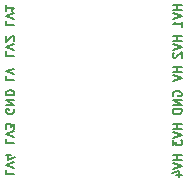
<source format=gbr>
G04 #@! TF.GenerationSoftware,KiCad,Pcbnew,(5.1.4)-1*
G04 #@! TF.CreationDate,2019-10-08T20:24:19-04:00*
G04 #@! TF.ProjectId,logic level shifter (bidirectional),6c6f6769-6320-46c6-9576-656c20736869,rev?*
G04 #@! TF.SameCoordinates,Original*
G04 #@! TF.FileFunction,Legend,Bot*
G04 #@! TF.FilePolarity,Positive*
%FSLAX46Y46*%
G04 Gerber Fmt 4.6, Leading zero omitted, Abs format (unit mm)*
G04 Created by KiCad (PCBNEW (5.1.4)-1) date 2019-10-08 20:24:19*
%MOMM*%
%LPD*%
G04 APERTURE LIST*
%ADD10C,0.180975*%
G04 APERTURE END LIST*
D10*
X121573485Y-76304365D02*
X120823485Y-76304365D01*
X121180628Y-76304365D02*
X121180628Y-76732937D01*
X121573485Y-76732937D02*
X120823485Y-76732937D01*
X120823485Y-76982937D02*
X121573485Y-77232937D01*
X120823485Y-77482937D01*
X121573485Y-71090742D02*
X120823485Y-71090742D01*
X121180628Y-71090742D02*
X121180628Y-71519314D01*
X121573485Y-71519314D02*
X120823485Y-71519314D01*
X120823485Y-71769314D02*
X121573485Y-72019314D01*
X120823485Y-72269314D01*
X121573485Y-72912171D02*
X121573485Y-72483600D01*
X121573485Y-72697885D02*
X120823485Y-72697885D01*
X120930628Y-72626457D01*
X121002057Y-72555028D01*
X121037771Y-72483600D01*
X121573485Y-81123742D02*
X120823485Y-81123742D01*
X121180628Y-81123742D02*
X121180628Y-81552314D01*
X121573485Y-81552314D02*
X120823485Y-81552314D01*
X120823485Y-81802314D02*
X121573485Y-82052314D01*
X120823485Y-82302314D01*
X120823485Y-82480885D02*
X120823485Y-82945171D01*
X121109200Y-82695171D01*
X121109200Y-82802314D01*
X121144914Y-82873742D01*
X121180628Y-82909457D01*
X121252057Y-82945171D01*
X121430628Y-82945171D01*
X121502057Y-82909457D01*
X121537771Y-82873742D01*
X121573485Y-82802314D01*
X121573485Y-82588028D01*
X121537771Y-82516600D01*
X121502057Y-82480885D01*
X121573485Y-73701862D02*
X120823485Y-73701862D01*
X121180628Y-73701862D02*
X121180628Y-74130434D01*
X121573485Y-74130434D02*
X120823485Y-74130434D01*
X120823485Y-74380434D02*
X121573485Y-74630434D01*
X120823485Y-74880434D01*
X120894914Y-75094720D02*
X120859200Y-75130434D01*
X120823485Y-75201862D01*
X120823485Y-75380434D01*
X120859200Y-75451862D01*
X120894914Y-75487577D01*
X120966342Y-75523291D01*
X121037771Y-75523291D01*
X121144914Y-75487577D01*
X121573485Y-75059005D01*
X121573485Y-75523291D01*
X120859200Y-78747691D02*
X120823485Y-78676262D01*
X120823485Y-78569120D01*
X120859200Y-78461977D01*
X120930628Y-78390548D01*
X121002057Y-78354834D01*
X121144914Y-78319120D01*
X121252057Y-78319120D01*
X121394914Y-78354834D01*
X121466342Y-78390548D01*
X121537771Y-78461977D01*
X121573485Y-78569120D01*
X121573485Y-78640548D01*
X121537771Y-78747691D01*
X121502057Y-78783405D01*
X121252057Y-78783405D01*
X121252057Y-78640548D01*
X121573485Y-79104834D02*
X120823485Y-79104834D01*
X121573485Y-79533405D01*
X120823485Y-79533405D01*
X121573485Y-79890548D02*
X120823485Y-79890548D01*
X120823485Y-80069120D01*
X120859200Y-80176262D01*
X120930628Y-80247691D01*
X121002057Y-80283405D01*
X121144914Y-80319120D01*
X121252057Y-80319120D01*
X121394914Y-80283405D01*
X121466342Y-80247691D01*
X121537771Y-80176262D01*
X121573485Y-80069120D01*
X121573485Y-79890548D01*
X121573485Y-83727242D02*
X120823485Y-83727242D01*
X121180628Y-83727242D02*
X121180628Y-84155814D01*
X121573485Y-84155814D02*
X120823485Y-84155814D01*
X120823485Y-84405814D02*
X121573485Y-84655814D01*
X120823485Y-84905814D01*
X121073485Y-85477242D02*
X121573485Y-85477242D01*
X120787771Y-85298671D02*
X121323485Y-85120100D01*
X121323485Y-85584385D01*
X106670914Y-74982728D02*
X106670914Y-75339871D01*
X107420914Y-75339871D01*
X107420914Y-74839871D02*
X106670914Y-74589871D01*
X107420914Y-74339871D01*
X107349485Y-74125585D02*
X107385200Y-74089871D01*
X107420914Y-74018442D01*
X107420914Y-73839871D01*
X107385200Y-73768442D01*
X107349485Y-73732728D01*
X107278057Y-73697014D01*
X107206628Y-73697014D01*
X107099485Y-73732728D01*
X106670914Y-74161300D01*
X106670914Y-73697014D01*
X107385200Y-79857528D02*
X107420914Y-79928957D01*
X107420914Y-80036100D01*
X107385200Y-80143242D01*
X107313771Y-80214671D01*
X107242342Y-80250385D01*
X107099485Y-80286100D01*
X106992342Y-80286100D01*
X106849485Y-80250385D01*
X106778057Y-80214671D01*
X106706628Y-80143242D01*
X106670914Y-80036100D01*
X106670914Y-79964671D01*
X106706628Y-79857528D01*
X106742342Y-79821814D01*
X106992342Y-79821814D01*
X106992342Y-79964671D01*
X106670914Y-79500385D02*
X107420914Y-79500385D01*
X106670914Y-79071814D01*
X107420914Y-79071814D01*
X106670914Y-78714671D02*
X107420914Y-78714671D01*
X107420914Y-78536100D01*
X107385200Y-78428957D01*
X107313771Y-78357528D01*
X107242342Y-78321814D01*
X107099485Y-78286100D01*
X106992342Y-78286100D01*
X106849485Y-78321814D01*
X106778057Y-78357528D01*
X106706628Y-78428957D01*
X106670914Y-78536100D01*
X106670914Y-78714671D01*
X106670914Y-72379228D02*
X106670914Y-72736371D01*
X107420914Y-72736371D01*
X107420914Y-72236371D02*
X106670914Y-71986371D01*
X107420914Y-71736371D01*
X106670914Y-71093514D02*
X106670914Y-71522085D01*
X106670914Y-71307800D02*
X107420914Y-71307800D01*
X107313771Y-71379228D01*
X107242342Y-71450657D01*
X107206628Y-71522085D01*
X106670914Y-77076685D02*
X106670914Y-77433828D01*
X107420914Y-77433828D01*
X107420914Y-76933828D02*
X106670914Y-76683828D01*
X107420914Y-76433828D01*
X106670914Y-82399528D02*
X106670914Y-82756671D01*
X107420914Y-82756671D01*
X107420914Y-82256671D02*
X106670914Y-82006671D01*
X107420914Y-81756671D01*
X107420914Y-81578100D02*
X107420914Y-81113814D01*
X107135200Y-81363814D01*
X107135200Y-81256671D01*
X107099485Y-81185242D01*
X107063771Y-81149528D01*
X106992342Y-81113814D01*
X106813771Y-81113814D01*
X106742342Y-81149528D01*
X106706628Y-81185242D01*
X106670914Y-81256671D01*
X106670914Y-81470957D01*
X106706628Y-81542385D01*
X106742342Y-81578100D01*
X106670914Y-85003028D02*
X106670914Y-85360171D01*
X107420914Y-85360171D01*
X107420914Y-84860171D02*
X106670914Y-84610171D01*
X107420914Y-84360171D01*
X107170914Y-83788742D02*
X106670914Y-83788742D01*
X107456628Y-83967314D02*
X106920914Y-84145885D01*
X106920914Y-83681600D01*
M02*

</source>
